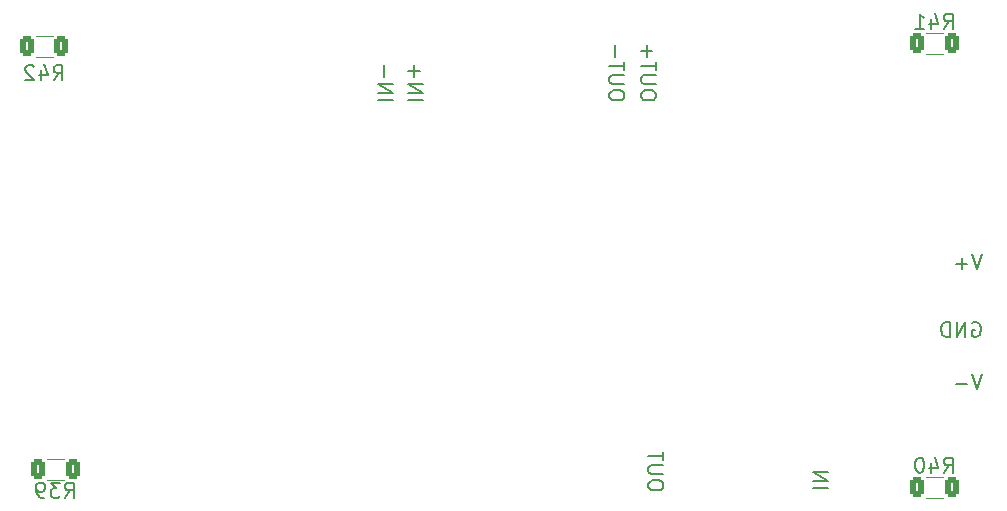
<source format=gbo>
G04 #@! TF.GenerationSoftware,KiCad,Pcbnew,8.0.4*
G04 #@! TF.CreationDate,2024-08-16T09:26:53+02:00*
G04 #@! TF.ProjectId,Purrtico_TLA,50757272-7469-4636-9f5f-544c412e6b69,01*
G04 #@! TF.SameCoordinates,Original*
G04 #@! TF.FileFunction,Legend,Bot*
G04 #@! TF.FilePolarity,Positive*
%FSLAX46Y46*%
G04 Gerber Fmt 4.6, Leading zero omitted, Abs format (unit mm)*
G04 Created by KiCad (PCBNEW 8.0.4) date 2024-08-16 09:26:53*
%MOMM*%
%LPD*%
G01*
G04 APERTURE LIST*
G04 Aperture macros list*
%AMRoundRect*
0 Rectangle with rounded corners*
0 $1 Rounding radius*
0 $2 $3 $4 $5 $6 $7 $8 $9 X,Y pos of 4 corners*
0 Add a 4 corners polygon primitive as box body*
4,1,4,$2,$3,$4,$5,$6,$7,$8,$9,$2,$3,0*
0 Add four circle primitives for the rounded corners*
1,1,$1+$1,$2,$3*
1,1,$1+$1,$4,$5*
1,1,$1+$1,$6,$7*
1,1,$1+$1,$8,$9*
0 Add four rect primitives between the rounded corners*
20,1,$1+$1,$2,$3,$4,$5,0*
20,1,$1+$1,$4,$5,$6,$7,0*
20,1,$1+$1,$6,$7,$8,$9,0*
20,1,$1+$1,$8,$9,$2,$3,0*%
G04 Aperture macros list end*
%ADD10C,0.203200*%
%ADD11C,0.120000*%
%ADD12R,1.700000X1.700000*%
%ADD13O,1.700000X1.700000*%
%ADD14C,1.600000*%
%ADD15C,5.600000*%
%ADD16R,1.600000X1.600000*%
%ADD17RoundRect,0.250000X-0.312500X-0.625000X0.312500X-0.625000X0.312500X0.625000X-0.312500X0.625000X0*%
%ADD18RoundRect,0.250000X0.312500X0.625000X-0.312500X0.625000X-0.312500X-0.625000X0.312500X-0.625000X0*%
G04 APERTURE END LIST*
D10*
X120053990Y-43137030D02*
X120053990Y-42895125D01*
X120053990Y-42895125D02*
X119993514Y-42774173D01*
X119993514Y-42774173D02*
X119872562Y-42653220D01*
X119872562Y-42653220D02*
X119630657Y-42592744D01*
X119630657Y-42592744D02*
X119207324Y-42592744D01*
X119207324Y-42592744D02*
X118965419Y-42653220D01*
X118965419Y-42653220D02*
X118844467Y-42774173D01*
X118844467Y-42774173D02*
X118783990Y-42895125D01*
X118783990Y-42895125D02*
X118783990Y-43137030D01*
X118783990Y-43137030D02*
X118844467Y-43257982D01*
X118844467Y-43257982D02*
X118965419Y-43378935D01*
X118965419Y-43378935D02*
X119207324Y-43439411D01*
X119207324Y-43439411D02*
X119630657Y-43439411D01*
X119630657Y-43439411D02*
X119872562Y-43378935D01*
X119872562Y-43378935D02*
X119993514Y-43257982D01*
X119993514Y-43257982D02*
X120053990Y-43137030D01*
X120053990Y-42048459D02*
X119025895Y-42048459D01*
X119025895Y-42048459D02*
X118904943Y-41987982D01*
X118904943Y-41987982D02*
X118844467Y-41927506D01*
X118844467Y-41927506D02*
X118783990Y-41806554D01*
X118783990Y-41806554D02*
X118783990Y-41564649D01*
X118783990Y-41564649D02*
X118844467Y-41443697D01*
X118844467Y-41443697D02*
X118904943Y-41383220D01*
X118904943Y-41383220D02*
X119025895Y-41322744D01*
X119025895Y-41322744D02*
X120053990Y-41322744D01*
X120053990Y-40899411D02*
X120053990Y-40173697D01*
X118783990Y-40536554D02*
X120053990Y-40536554D01*
X119267800Y-39750364D02*
X119267800Y-38782745D01*
X123355990Y-76157030D02*
X123355990Y-75915125D01*
X123355990Y-75915125D02*
X123295514Y-75794173D01*
X123295514Y-75794173D02*
X123174562Y-75673220D01*
X123174562Y-75673220D02*
X122932657Y-75612744D01*
X122932657Y-75612744D02*
X122509324Y-75612744D01*
X122509324Y-75612744D02*
X122267419Y-75673220D01*
X122267419Y-75673220D02*
X122146467Y-75794173D01*
X122146467Y-75794173D02*
X122085990Y-75915125D01*
X122085990Y-75915125D02*
X122085990Y-76157030D01*
X122085990Y-76157030D02*
X122146467Y-76277982D01*
X122146467Y-76277982D02*
X122267419Y-76398935D01*
X122267419Y-76398935D02*
X122509324Y-76459411D01*
X122509324Y-76459411D02*
X122932657Y-76459411D01*
X122932657Y-76459411D02*
X123174562Y-76398935D01*
X123174562Y-76398935D02*
X123295514Y-76277982D01*
X123295514Y-76277982D02*
X123355990Y-76157030D01*
X123355990Y-75068459D02*
X122327895Y-75068459D01*
X122327895Y-75068459D02*
X122206943Y-75007982D01*
X122206943Y-75007982D02*
X122146467Y-74947506D01*
X122146467Y-74947506D02*
X122085990Y-74826554D01*
X122085990Y-74826554D02*
X122085990Y-74584649D01*
X122085990Y-74584649D02*
X122146467Y-74463697D01*
X122146467Y-74463697D02*
X122206943Y-74403220D01*
X122206943Y-74403220D02*
X122327895Y-74342744D01*
X122327895Y-74342744D02*
X123355990Y-74342744D01*
X123355990Y-73919411D02*
X123355990Y-73193697D01*
X122085990Y-73556554D02*
X123355990Y-73556554D01*
X122720990Y-43137030D02*
X122720990Y-42895125D01*
X122720990Y-42895125D02*
X122660514Y-42774173D01*
X122660514Y-42774173D02*
X122539562Y-42653220D01*
X122539562Y-42653220D02*
X122297657Y-42592744D01*
X122297657Y-42592744D02*
X121874324Y-42592744D01*
X121874324Y-42592744D02*
X121632419Y-42653220D01*
X121632419Y-42653220D02*
X121511467Y-42774173D01*
X121511467Y-42774173D02*
X121450990Y-42895125D01*
X121450990Y-42895125D02*
X121450990Y-43137030D01*
X121450990Y-43137030D02*
X121511467Y-43257982D01*
X121511467Y-43257982D02*
X121632419Y-43378935D01*
X121632419Y-43378935D02*
X121874324Y-43439411D01*
X121874324Y-43439411D02*
X122297657Y-43439411D01*
X122297657Y-43439411D02*
X122539562Y-43378935D01*
X122539562Y-43378935D02*
X122660514Y-43257982D01*
X122660514Y-43257982D02*
X122720990Y-43137030D01*
X122720990Y-42048459D02*
X121692895Y-42048459D01*
X121692895Y-42048459D02*
X121571943Y-41987982D01*
X121571943Y-41987982D02*
X121511467Y-41927506D01*
X121511467Y-41927506D02*
X121450990Y-41806554D01*
X121450990Y-41806554D02*
X121450990Y-41564649D01*
X121450990Y-41564649D02*
X121511467Y-41443697D01*
X121511467Y-41443697D02*
X121571943Y-41383220D01*
X121571943Y-41383220D02*
X121692895Y-41322744D01*
X121692895Y-41322744D02*
X122720990Y-41322744D01*
X122720990Y-40899411D02*
X122720990Y-40173697D01*
X121450990Y-40536554D02*
X122720990Y-40536554D01*
X121934800Y-39750364D02*
X121934800Y-38782745D01*
X121450990Y-39266554D02*
X122418609Y-39266554D01*
X101765990Y-43378935D02*
X103035990Y-43378935D01*
X101765990Y-42774173D02*
X103035990Y-42774173D01*
X103035990Y-42774173D02*
X101765990Y-42048458D01*
X101765990Y-42048458D02*
X103035990Y-42048458D01*
X102249800Y-41443697D02*
X102249800Y-40476078D01*
X101765990Y-40959887D02*
X102733609Y-40959887D01*
X149520696Y-62251485D02*
X149641649Y-62191009D01*
X149641649Y-62191009D02*
X149823077Y-62191009D01*
X149823077Y-62191009D02*
X150004506Y-62251485D01*
X150004506Y-62251485D02*
X150125458Y-62372437D01*
X150125458Y-62372437D02*
X150185935Y-62493390D01*
X150185935Y-62493390D02*
X150246411Y-62735294D01*
X150246411Y-62735294D02*
X150246411Y-62916723D01*
X150246411Y-62916723D02*
X150185935Y-63158628D01*
X150185935Y-63158628D02*
X150125458Y-63279580D01*
X150125458Y-63279580D02*
X150004506Y-63400533D01*
X150004506Y-63400533D02*
X149823077Y-63461009D01*
X149823077Y-63461009D02*
X149702125Y-63461009D01*
X149702125Y-63461009D02*
X149520696Y-63400533D01*
X149520696Y-63400533D02*
X149460220Y-63340056D01*
X149460220Y-63340056D02*
X149460220Y-62916723D01*
X149460220Y-62916723D02*
X149702125Y-62916723D01*
X148915935Y-63461009D02*
X148915935Y-62191009D01*
X148915935Y-62191009D02*
X148190220Y-63461009D01*
X148190220Y-63461009D02*
X148190220Y-62191009D01*
X147585459Y-63461009D02*
X147585459Y-62191009D01*
X147585459Y-62191009D02*
X147283078Y-62191009D01*
X147283078Y-62191009D02*
X147101649Y-62251485D01*
X147101649Y-62251485D02*
X146980697Y-62372437D01*
X146980697Y-62372437D02*
X146920220Y-62493390D01*
X146920220Y-62493390D02*
X146859744Y-62735294D01*
X146859744Y-62735294D02*
X146859744Y-62916723D01*
X146859744Y-62916723D02*
X146920220Y-63158628D01*
X146920220Y-63158628D02*
X146980697Y-63279580D01*
X146980697Y-63279580D02*
X147101649Y-63400533D01*
X147101649Y-63400533D02*
X147283078Y-63461009D01*
X147283078Y-63461009D02*
X147585459Y-63461009D01*
X99225990Y-43378935D02*
X100495990Y-43378935D01*
X99225990Y-42774173D02*
X100495990Y-42774173D01*
X100495990Y-42774173D02*
X99225990Y-42048458D01*
X99225990Y-42048458D02*
X100495990Y-42048458D01*
X99709800Y-41443697D02*
X99709800Y-40476078D01*
X136055990Y-76271935D02*
X137325990Y-76271935D01*
X136055990Y-75667173D02*
X137325990Y-75667173D01*
X137325990Y-75667173D02*
X136055990Y-74941458D01*
X136055990Y-74941458D02*
X137325990Y-74941458D01*
X150367363Y-66636009D02*
X149944030Y-67906009D01*
X149944030Y-67906009D02*
X149520696Y-66636009D01*
X149097364Y-67422199D02*
X148129745Y-67422199D01*
X150367363Y-56476009D02*
X149944030Y-57746009D01*
X149944030Y-57746009D02*
X149520696Y-56476009D01*
X149097364Y-57262199D02*
X148129745Y-57262199D01*
X148613554Y-57746009D02*
X148613554Y-56778390D01*
X71743928Y-41724959D02*
X72167262Y-41120197D01*
X72469643Y-41724959D02*
X72469643Y-40454959D01*
X72469643Y-40454959D02*
X71985833Y-40454959D01*
X71985833Y-40454959D02*
X71864881Y-40515435D01*
X71864881Y-40515435D02*
X71804404Y-40575911D01*
X71804404Y-40575911D02*
X71743928Y-40696863D01*
X71743928Y-40696863D02*
X71743928Y-40878292D01*
X71743928Y-40878292D02*
X71804404Y-40999244D01*
X71804404Y-40999244D02*
X71864881Y-41059721D01*
X71864881Y-41059721D02*
X71985833Y-41120197D01*
X71985833Y-41120197D02*
X72469643Y-41120197D01*
X70655357Y-40878292D02*
X70655357Y-41724959D01*
X70957738Y-40394483D02*
X71260119Y-41301625D01*
X71260119Y-41301625D02*
X70473928Y-41301625D01*
X70050595Y-40575911D02*
X69990119Y-40515435D01*
X69990119Y-40515435D02*
X69869166Y-40454959D01*
X69869166Y-40454959D02*
X69566785Y-40454959D01*
X69566785Y-40454959D02*
X69445833Y-40515435D01*
X69445833Y-40515435D02*
X69385357Y-40575911D01*
X69385357Y-40575911D02*
X69324880Y-40696863D01*
X69324880Y-40696863D02*
X69324880Y-40817816D01*
X69324880Y-40817816D02*
X69385357Y-40999244D01*
X69385357Y-40999244D02*
X70111071Y-41724959D01*
X70111071Y-41724959D02*
X69324880Y-41724959D01*
X72698428Y-77072959D02*
X73121762Y-76468197D01*
X73424143Y-77072959D02*
X73424143Y-75802959D01*
X73424143Y-75802959D02*
X72940333Y-75802959D01*
X72940333Y-75802959D02*
X72819381Y-75863435D01*
X72819381Y-75863435D02*
X72758904Y-75923911D01*
X72758904Y-75923911D02*
X72698428Y-76044863D01*
X72698428Y-76044863D02*
X72698428Y-76226292D01*
X72698428Y-76226292D02*
X72758904Y-76347244D01*
X72758904Y-76347244D02*
X72819381Y-76407721D01*
X72819381Y-76407721D02*
X72940333Y-76468197D01*
X72940333Y-76468197D02*
X73424143Y-76468197D01*
X72275095Y-75802959D02*
X71488904Y-75802959D01*
X71488904Y-75802959D02*
X71912238Y-76286768D01*
X71912238Y-76286768D02*
X71730809Y-76286768D01*
X71730809Y-76286768D02*
X71609857Y-76347244D01*
X71609857Y-76347244D02*
X71549381Y-76407721D01*
X71549381Y-76407721D02*
X71488904Y-76528673D01*
X71488904Y-76528673D02*
X71488904Y-76831054D01*
X71488904Y-76831054D02*
X71549381Y-76952006D01*
X71549381Y-76952006D02*
X71609857Y-77012483D01*
X71609857Y-77012483D02*
X71730809Y-77072959D01*
X71730809Y-77072959D02*
X72093666Y-77072959D01*
X72093666Y-77072959D02*
X72214619Y-77012483D01*
X72214619Y-77012483D02*
X72275095Y-76952006D01*
X70884142Y-77072959D02*
X70642238Y-77072959D01*
X70642238Y-77072959D02*
X70521285Y-77012483D01*
X70521285Y-77012483D02*
X70460809Y-76952006D01*
X70460809Y-76952006D02*
X70339857Y-76770578D01*
X70339857Y-76770578D02*
X70279380Y-76528673D01*
X70279380Y-76528673D02*
X70279380Y-76044863D01*
X70279380Y-76044863D02*
X70339857Y-75923911D01*
X70339857Y-75923911D02*
X70400333Y-75863435D01*
X70400333Y-75863435D02*
X70521285Y-75802959D01*
X70521285Y-75802959D02*
X70763190Y-75802959D01*
X70763190Y-75802959D02*
X70884142Y-75863435D01*
X70884142Y-75863435D02*
X70944619Y-75923911D01*
X70944619Y-75923911D02*
X71005095Y-76044863D01*
X71005095Y-76044863D02*
X71005095Y-76347244D01*
X71005095Y-76347244D02*
X70944619Y-76468197D01*
X70944619Y-76468197D02*
X70884142Y-76528673D01*
X70884142Y-76528673D02*
X70763190Y-76589149D01*
X70763190Y-76589149D02*
X70521285Y-76589149D01*
X70521285Y-76589149D02*
X70400333Y-76528673D01*
X70400333Y-76528673D02*
X70339857Y-76468197D01*
X70339857Y-76468197D02*
X70279380Y-76347244D01*
X147120428Y-37364959D02*
X147543762Y-36760197D01*
X147846143Y-37364959D02*
X147846143Y-36094959D01*
X147846143Y-36094959D02*
X147362333Y-36094959D01*
X147362333Y-36094959D02*
X147241381Y-36155435D01*
X147241381Y-36155435D02*
X147180904Y-36215911D01*
X147180904Y-36215911D02*
X147120428Y-36336863D01*
X147120428Y-36336863D02*
X147120428Y-36518292D01*
X147120428Y-36518292D02*
X147180904Y-36639244D01*
X147180904Y-36639244D02*
X147241381Y-36699721D01*
X147241381Y-36699721D02*
X147362333Y-36760197D01*
X147362333Y-36760197D02*
X147846143Y-36760197D01*
X146031857Y-36518292D02*
X146031857Y-37364959D01*
X146334238Y-36034483D02*
X146636619Y-36941625D01*
X146636619Y-36941625D02*
X145850428Y-36941625D01*
X144701380Y-37364959D02*
X145427095Y-37364959D01*
X145064238Y-37364959D02*
X145064238Y-36094959D01*
X145064238Y-36094959D02*
X145185190Y-36276387D01*
X145185190Y-36276387D02*
X145306142Y-36397340D01*
X145306142Y-36397340D02*
X145427095Y-36457816D01*
X147120428Y-74956959D02*
X147543762Y-74352197D01*
X147846143Y-74956959D02*
X147846143Y-73686959D01*
X147846143Y-73686959D02*
X147362333Y-73686959D01*
X147362333Y-73686959D02*
X147241381Y-73747435D01*
X147241381Y-73747435D02*
X147180904Y-73807911D01*
X147180904Y-73807911D02*
X147120428Y-73928863D01*
X147120428Y-73928863D02*
X147120428Y-74110292D01*
X147120428Y-74110292D02*
X147180904Y-74231244D01*
X147180904Y-74231244D02*
X147241381Y-74291721D01*
X147241381Y-74291721D02*
X147362333Y-74352197D01*
X147362333Y-74352197D02*
X147846143Y-74352197D01*
X146031857Y-74110292D02*
X146031857Y-74956959D01*
X146334238Y-73626483D02*
X146636619Y-74533625D01*
X146636619Y-74533625D02*
X145850428Y-74533625D01*
X145124714Y-73686959D02*
X145003761Y-73686959D01*
X145003761Y-73686959D02*
X144882809Y-73747435D01*
X144882809Y-73747435D02*
X144822333Y-73807911D01*
X144822333Y-73807911D02*
X144761857Y-73928863D01*
X144761857Y-73928863D02*
X144701380Y-74170768D01*
X144701380Y-74170768D02*
X144701380Y-74473149D01*
X144701380Y-74473149D02*
X144761857Y-74715054D01*
X144761857Y-74715054D02*
X144822333Y-74836006D01*
X144822333Y-74836006D02*
X144882809Y-74896483D01*
X144882809Y-74896483D02*
X145003761Y-74956959D01*
X145003761Y-74956959D02*
X145124714Y-74956959D01*
X145124714Y-74956959D02*
X145245666Y-74896483D01*
X145245666Y-74896483D02*
X145306142Y-74836006D01*
X145306142Y-74836006D02*
X145366619Y-74715054D01*
X145366619Y-74715054D02*
X145427095Y-74473149D01*
X145427095Y-74473149D02*
X145427095Y-74170768D01*
X145427095Y-74170768D02*
X145366619Y-73928863D01*
X145366619Y-73928863D02*
X145306142Y-73807911D01*
X145306142Y-73807911D02*
X145245666Y-73747435D01*
X145245666Y-73747435D02*
X145124714Y-73686959D01*
D11*
X71654564Y-37952000D02*
X70200436Y-37952000D01*
X71654564Y-39772000D02*
X70200436Y-39772000D01*
X72609064Y-73766000D02*
X71154936Y-73766000D01*
X72609064Y-75586000D02*
X71154936Y-75586000D01*
X145576936Y-37698000D02*
X147031064Y-37698000D01*
X145576936Y-39518000D02*
X147031064Y-39518000D01*
X145576936Y-75290000D02*
X147031064Y-75290000D01*
X145576936Y-77110000D02*
X147031064Y-77110000D01*
%LPC*%
D12*
X100838000Y-78740000D03*
D13*
X103378000Y-78740000D03*
X105918000Y-78740000D03*
D12*
X89956000Y-78446000D03*
D13*
X92456000Y-78446000D03*
X94956000Y-78446000D03*
X89956000Y-75906000D03*
X92456000Y-75946000D03*
X95036000Y-75906000D03*
D12*
X154940000Y-67502000D03*
D13*
X152400000Y-67502000D03*
X154940000Y-64962000D03*
X152400000Y-64962000D03*
X154940000Y-62422000D03*
X152400000Y-62422000D03*
X154940000Y-59882000D03*
X152400000Y-59882000D03*
X154940000Y-57342000D03*
X152400000Y-57342000D03*
D14*
X78232000Y-74676000D03*
X83232000Y-74676000D03*
D12*
X133858000Y-78740000D03*
D13*
X136398000Y-78740000D03*
D15*
X64770000Y-38735000D03*
X153035000Y-38735000D03*
D16*
X136652000Y-65024000D03*
D14*
X136652000Y-67524000D03*
D16*
X78210000Y-38658000D03*
D14*
X78210000Y-41158000D03*
D12*
X104394000Y-44704000D03*
D13*
X106934000Y-44704000D03*
X109474000Y-44704000D03*
D14*
X72430000Y-78486000D03*
X77430000Y-78486000D03*
D12*
X116855000Y-36830000D03*
D13*
X119395000Y-36830000D03*
X121935000Y-36830000D03*
D16*
X130048000Y-57429621D03*
D14*
X130048000Y-59929621D03*
D12*
X97155000Y-36830000D03*
D13*
X99695000Y-36830000D03*
X102235000Y-36830000D03*
D12*
X119888000Y-78740000D03*
D13*
X122428000Y-78740000D03*
D15*
X64770000Y-76835000D03*
D16*
X123952000Y-45974000D03*
D14*
X123952000Y-49474000D03*
D16*
X91196500Y-38912000D03*
D14*
X91196500Y-41412000D03*
D16*
X69723000Y-50611000D03*
D14*
X69723000Y-53111000D03*
D16*
X88265000Y-48960000D03*
D14*
X88265000Y-51460000D03*
D16*
X114300000Y-74763621D03*
D14*
X114300000Y-77263621D03*
D16*
X129518000Y-37767349D03*
D14*
X129518000Y-41267349D03*
D15*
X153035000Y-76835000D03*
D16*
X128270000Y-67564000D03*
D14*
X128270000Y-70064000D03*
D17*
X69465000Y-38862000D03*
X72390000Y-38862000D03*
X70419500Y-74676000D03*
X73344500Y-74676000D03*
D18*
X147766500Y-38608000D03*
X144841500Y-38608000D03*
X147766500Y-76200000D03*
X144841500Y-76200000D03*
%LPD*%
M02*

</source>
